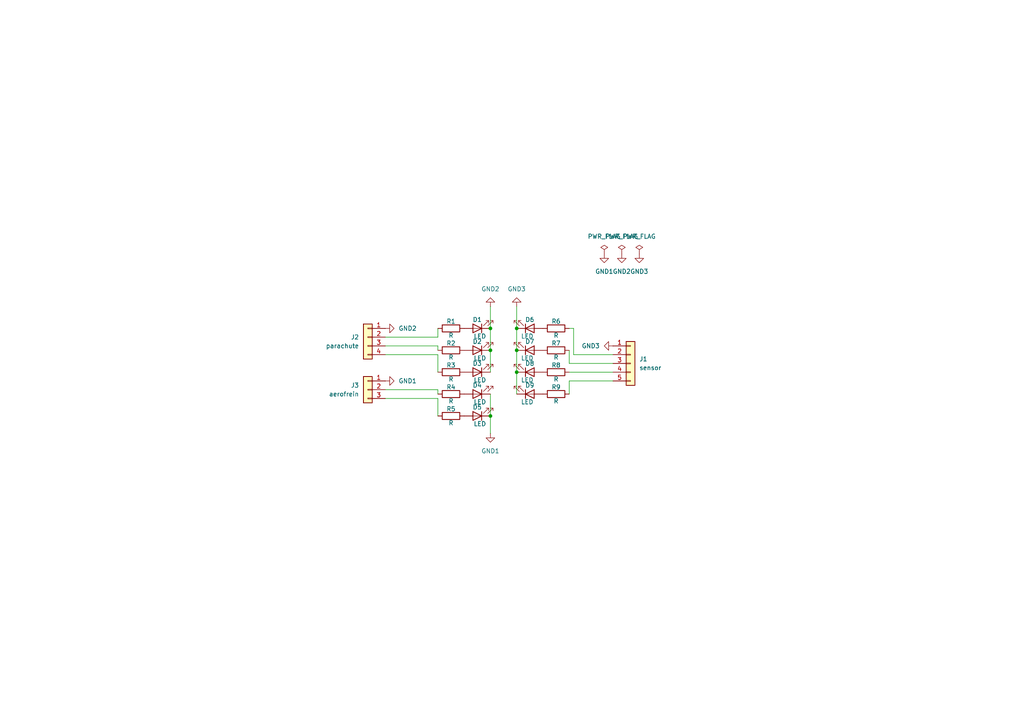
<source format=kicad_sch>
(kicad_sch (version 20250114) (generator "eeschema") (generator_version "9.0")
  (paper "A4")
  (lib_symbols
    (symbol "Connector_Generic:Conn_01x03" (pin_names (offset 1.016) (hide yes))
      (property "Reference" "J" (at 0 5.08 0))
      (property "Value" "Conn_01x03" (at 0 -5.08 0))
      (symbol "Conn_01x03_1_1"
        (rectangle (start -1.27 3.81) (end 1.27 -3.81) (stroke (width 0.254)) (fill (type background)))
        (rectangle (start -1.27 2.667) (end 0 2.413) (stroke (width 0.1524)))
        (rectangle (start -1.27 0.127) (end 0 -0.127) (stroke (width 0.1524)))
        (rectangle (start -1.27 -2.413) (end 0 -2.667) (stroke (width 0.1524)))
        (pin passive line (at -5.08 2.54 0) (length 3.81) (name "Pin_1") (number "1"))
        (pin passive line (at -5.08 0 0) (length 3.81) (name "Pin_2") (number "2"))
        (pin passive line (at -5.08 -2.54 0) (length 3.81) (name "Pin_3") (number "3"))
      )
    )
    (symbol "Connector_Generic:Conn_01x04" (pin_names (offset 1.016) (hide yes))
      (property "Reference" "J" (at 0 5.08 0))
      (property "Value" "Conn_01x04" (at 0 -7.62 0))
      (symbol "Conn_01x04_1_1"
        (rectangle (start -1.27 3.81) (end 1.27 -6.35) (stroke (width 0.254)) (fill (type background)))
        (rectangle (start -1.27 2.667) (end 0 2.413) (stroke (width 0.1524)))
        (rectangle (start -1.27 0.127) (end 0 -0.127) (stroke (width 0.1524)))
        (rectangle (start -1.27 -2.413) (end 0 -2.667) (stroke (width 0.1524)))
        (rectangle (start -1.27 -4.953) (end 0 -5.207) (stroke (width 0.1524)))
        (pin passive line (at -5.08 2.54 0) (length 3.81) (name "Pin_1") (number "1"))
        (pin passive line (at -5.08 0 0) (length 3.81) (name "Pin_2") (number "2"))
        (pin passive line (at -5.08 -2.54 0) (length 3.81) (name "Pin_3") (number "3"))
        (pin passive line (at -5.08 -5.08 0) (length 3.81) (name "Pin_4") (number "4"))
      )
    )
    (symbol "Connector_Generic:Conn_01x05" (pin_names (offset 1.016) (hide yes))
      (property "Reference" "J" (at 0 7.62 0))
      (property "Value" "Conn_01x05" (at 0 -7.62 0))
      (symbol "Conn_01x05_1_1"
        (rectangle (start -1.27 6.35) (end 1.27 -6.35) (stroke (width 0.254)) (fill (type background)))
        (rectangle (start -1.27 5.207) (end 0 4.953) (stroke (width 0.1524)))
        (rectangle (start -1.27 2.667) (end 0 2.413) (stroke (width 0.1524)))
        (rectangle (start -1.27 0.127) (end 0 -0.127) (stroke (width 0.1524)))
        (rectangle (start -1.27 -2.413) (end 0 -2.667) (stroke (width 0.1524)))
        (rectangle (start -1.27 -4.953) (end 0 -5.207) (stroke (width 0.1524)))
        (pin passive line (at -5.08 5.08 0) (length 3.81) (name "Pin_1") (number "1"))
        (pin passive line (at -5.08 2.54 0) (length 3.81) (name "Pin_2") (number "2"))
        (pin passive line (at -5.08 0 0) (length 3.81) (name "Pin_3") (number "3"))
        (pin passive line (at -5.08 -2.54 0) (length 3.81) (name "Pin_4") (number "4"))
        (pin passive line (at -5.08 -5.08 0) (length 3.81) (name "Pin_5") (number "5"))
      )
    )
    (symbol "Device:LED" (pin_numbers (hide yes)) (pin_names (offset 1.016) (hide yes))
      (property "Reference" "D" (at 0 2.54 0))
      (property "Value" "LED" (at 0 -2.54 0))
      (symbol "LED_0_1"
        (polyline (pts (xy -3.048 -0.762) (xy -4.572 -2.286) (xy -3.81 -2.286) (xy -4.572 -2.286) (xy -4.572 -1.524)))
        (polyline (pts (xy -1.778 -0.762) (xy -3.302 -2.286) (xy -2.54 -2.286) (xy -3.302 -2.286) (xy -3.302 -1.524)))
        (polyline (pts (xy -1.27 0) (xy 1.27 0)))
        (polyline (pts (xy -1.27 -1.27) (xy -1.27 1.27)) (stroke (width 0.254)))
        (polyline (pts (xy 1.27 -1.27) (xy 1.27 1.27) (xy -1.27 0) (xy 1.27 -1.27)) (stroke (width 0.254)))
      )
      (symbol "LED_1_1"
        (pin passive line (at -3.81 0 0) (length 2.54) (name "K") (number "1"))
        (pin passive line (at 3.81 0 180) (length 2.54) (name "A") (number "2"))
      )
    )
    (symbol "Device:R" (pin_numbers (hide yes)) (pin_names (offset 0))
      (property "Reference" "R" (at 2.032 0 90))
      (property "Value" "R" (at 0 0 90))
      (symbol "R_0_1"
        (rectangle (start -1.016 -2.54) (end 1.016 2.54) (stroke (width 0.254)))
      )
      (symbol "R_1_1"
        (pin passive line (at 0 3.81 270) (length 1.27) (name "~") (number "1"))
        (pin passive line (at 0 -3.81 90) (length 1.27) (name "~") (number "2"))
      )
    )
    (symbol "power:GND" (power) (pin_numbers (hide yes)) (pin_names (offset 0) (hide yes))
      (property "Value" "GND" (at 0 -3.81 0))
      (symbol "GND_0_1"
        (polyline (pts (xy 0 0) (xy 0 -1.27) (xy 1.27 -1.27) (xy 0 -2.54) (xy -1.27 -1.27) (xy 0 -1.27)))
      )
      (symbol "GND_1_1"
        (pin power_in line (at 0 0 270) (length 0) (name "~") (number "1"))
      )
    )
    (symbol "power:PWR_FLAG" (power) (pin_numbers (hide yes)) (pin_names (offset 0) (hide yes))
      (property "Value" "PWR_FLAG" (at 0 3.81 0))
      (symbol "PWR_FLAG_0_0"
        (pin power_out line (at 0 0 90) (length 0) (name "~") (number "1"))
      )
      (symbol "PWR_FLAG_0_1"
        (polyline (pts (xy 0 0) (xy 0 1.27) (xy -1.016 1.905) (xy 0 2.54) (xy 1.016 1.905) (xy 0 1.27)))
      )
    )
  )
  (junction (at 142.24 120.65))
  (junction (at 142.24 101.6))
  (junction (at 149.86 107.95))
  (junction (at 142.24 95.25))
  (junction (at 149.86 101.6))
  (junction (at 149.86 95.25))
  (wire (pts (xy 142.24 88.9) (xy 142.24 95.25)))
  (wire (pts (xy 142.24 120.65) (xy 142.24 125.73)))
  (wire (pts (xy 127 102.87) (xy 127 107.95)))
  (wire (pts (xy 165.1 107.95) (xy 177.8 107.95)))
  (wire (pts (xy 111.76 102.87) (xy 127 102.87)))
  (wire (pts (xy 127 101.6) (xy 127 100.33)))
  (wire (pts (xy 111.76 97.79) (xy 127 97.79)))
  (wire (pts (xy 127 113.03) (xy 127 114.3)))
  (wire (pts (xy 142.24 95.25) (xy 142.24 101.6)))
  (wire (pts (xy 127 97.79) (xy 127 95.25)))
  (wire (pts (xy 111.76 115.57) (xy 127 115.57)))
  (wire (pts (xy 177.8 105.41) (xy 165.1 105.41)))
  (wire (pts (xy 111.76 113.03) (xy 127 113.03)))
  (wire (pts (xy 142.24 114.3) (xy 142.24 120.65)))
  (wire (pts (xy 149.86 101.6) (xy 149.86 107.95)))
  (wire (pts (xy 142.24 101.6) (xy 142.24 107.95)))
  (wire (pts (xy 177.8 102.87) (xy 166.37 102.87)))
  (wire (pts (xy 127 100.33) (xy 111.76 100.33)))
  (wire (pts (xy 166.37 95.25) (xy 165.1 95.25)))
  (wire (pts (xy 165.1 110.49) (xy 177.8 110.49)))
  (wire (pts (xy 149.86 88.9) (xy 149.86 95.25)))
  (wire (pts (xy 166.37 102.87) (xy 166.37 95.25)))
  (wire (pts (xy 127 115.57) (xy 127 120.65)))
  (wire (pts (xy 149.86 107.95) (xy 149.86 114.3)))
  (wire (pts (xy 149.86 95.25) (xy 149.86 101.6)))
  (wire (pts (xy 165.1 114.3) (xy 165.1 110.49)))
  (wire (pts (xy 165.1 105.41) (xy 165.1 101.6)))
  (symbol (lib_id "power:GND") (at 142.24 88.9 0) (mirror x) (unit 1)
    (property "Reference" "#PWR07" (effects (hide yes)))
    (property "Value" "GND2" (at 142.24 83.82 0))
    (property "Description" "Power symbol creates a global label with name \"GND\" , ground" (effects (hide yes)))
  )
  (symbol (lib_id "Device:LED") (at 138.43 120.65 180) (unit 1)
    (property "Reference" "D5" (at 138.43 118.11 0))
    (property "Value" "LED" (at 139.192 122.936 0))
    (property "Description" "Light emitting diode" (effects (hide yes)))
    (property "Sim.Pins" "1=K 2=A" (effects (hide yes)))
  )
  (symbol (lib_id "Device:LED") (at 153.67 101.6 0) (mirror x) (unit 1)
    (property "Reference" "D7" (at 153.67 99.06 0))
    (property "Value" "LED" (at 152.908 103.886 0))
    (property "Description" "Light emitting diode" (effects (hide yes)))
    (property "Sim.Pins" "1=K 2=A" (effects (hide yes)))
  )
  (symbol (lib_id "Device:LED") (at 153.67 95.25 0) (mirror x) (unit 1)
    (property "Reference" "D6" (at 153.67 92.71 0))
    (property "Value" "LED" (at 152.908 97.536 0))
    (property "Description" "Light emitting diode" (effects (hide yes)))
    (property "Sim.Pins" "1=K 2=A" (effects (hide yes)))
  )
  (symbol (lib_id "power:GND") (at 180.34 73.66 0) (unit 1)
    (property "Reference" "#PWR05" (effects (hide yes)))
    (property "Value" "GND2" (at 180.34 78.74 0))
    (property "Description" "Power symbol creates a global label with name \"GND\" , ground" (effects (hide yes)))
  )
  (symbol (lib_id "Device:R") (at 161.29 107.95 270) (mirror x) (unit 1)
    (property "Reference" "R8" (at 161.29 105.918 90))
    (property "Value" "R" (at 161.29 109.982 90))
    (property "Description" "Resistor" (effects (hide yes)))
  )
  (symbol (lib_id "power:GND") (at 175.26 73.66 0) (unit 1)
    (property "Reference" "#PWR01" (effects (hide yes)))
    (property "Value" "GND1" (at 175.26 78.74 0))
    (property "Description" "Power symbol creates a global label with name \"GND\" , ground" (effects (hide yes)))
  )
  (symbol (lib_id "power:GND") (at 111.76 95.25 90) (mirror x) (unit 1)
    (property "Reference" "#PWR03" (effects (hide yes)))
    (property "Value" "GND2" (at 115.57 95.2499 90) (effects (justify right)))
    (property "Description" "Power symbol creates a global label with name \"GND\" , ground" (effects (hide yes)))
  )
  (symbol (lib_id "power:GND") (at 111.76 110.49 90) (mirror x) (unit 1)
    (property "Reference" "#PWR04" (effects (hide yes)))
    (property "Value" "GND1" (at 115.57 110.4899 90) (effects (justify right)))
    (property "Description" "Power symbol creates a global label with name \"GND\" , ground" (effects (hide yes)))
  )
  (symbol (lib_id "Connector_Generic:Conn_01x05") (at 182.88 105.41 0) (unit 1)
    (property "Reference" "J1" (at 185.42 104.1399 0) (effects (justify left)))
    (property "Value" "sensor" (at 185.42 106.6799 0) (effects (justify left)))
    (property "Description" "Generic connector, single row, 01x05, script generated (kicad-library-utils/schlib/autogen/connector/)" (effects (hide yes)))
  )
  (symbol (lib_id "power:GND") (at 149.86 88.9 180) (unit 1)
    (property "Reference" "#PWR08" (effects (hide yes)))
    (property "Value" "GND3" (at 149.86 83.82 0))
    (property "Description" "Power symbol creates a global label with name \"GND\" , ground" (effects (hide yes)))
  )
  (symbol (lib_id "Device:LED") (at 138.43 107.95 180) (unit 1)
    (property "Reference" "D3" (at 138.43 105.41 0))
    (property "Value" "LED" (at 139.192 110.236 0))
    (property "Description" "Light emitting diode" (effects (hide yes)))
    (property "Sim.Pins" "1=K 2=A" (effects (hide yes)))
  )
  (symbol (lib_id "Device:R") (at 130.81 107.95 90) (unit 1)
    (property "Reference" "R3" (at 130.81 105.918 90))
    (property "Value" "R" (at 130.81 109.982 90))
    (property "Description" "Resistor" (effects (hide yes)))
  )
  (symbol (lib_id "power:GND") (at 177.8 100.33 270) (unit 1)
    (property "Reference" "#PWR02" (effects (hide yes)))
    (property "Value" "GND3" (at 173.99 100.3299 90) (effects (justify right)))
    (property "Description" "Power symbol creates a global label with name \"GND\" , ground" (effects (hide yes)))
  )
  (symbol (lib_id "power:GND") (at 142.24 125.73 0) (mirror y) (unit 1)
    (property "Reference" "#PWR09" (effects (hide yes)))
    (property "Value" "GND1" (at 142.24 130.81 0))
    (property "Description" "Power symbol creates a global label with name \"GND\" , ground" (effects (hide yes)))
  )
  (symbol (lib_id "Device:LED") (at 153.67 107.95 0) (mirror x) (unit 1)
    (property "Reference" "D8" (at 153.67 105.41 0))
    (property "Value" "LED" (at 152.908 110.236 0))
    (property "Description" "Light emitting diode" (effects (hide yes)))
    (property "Sim.Pins" "1=K 2=A" (effects (hide yes)))
  )
  (symbol (lib_id "power:PWR_FLAG") (at 185.42 73.66 0) (unit 1)
    (property "Reference" "#FLG03" (effects (hide yes)))
    (property "Value" "PWR_FLAG" (at 185.42 68.58 0))
    (property "Description" "Special symbol for telling ERC where power comes from" (effects (hide yes)))
  )
  (symbol (lib_id "Device:LED") (at 138.43 95.25 180) (unit 1)
    (property "Reference" "D1" (at 138.43 92.71 0))
    (property "Value" "LED" (at 139.192 97.536 0))
    (property "Description" "Light emitting diode" (effects (hide yes)))
    (property "Sim.Pins" "1=K 2=A" (effects (hide yes)))
  )
  (symbol (lib_id "Device:LED") (at 153.67 114.3 0) (mirror x) (unit 1)
    (property "Reference" "D9" (at 153.67 111.76 0))
    (property "Value" "LED" (at 152.908 116.586 0))
    (property "Description" "Light emitting diode" (effects (hide yes)))
    (property "Sim.Pins" "1=K 2=A" (effects (hide yes)))
  )
  (symbol (lib_id "Device:R") (at 130.81 95.25 90) (unit 1)
    (property "Reference" "R1" (at 130.81 93.218 90))
    (property "Value" "R" (at 130.81 97.282 90))
    (property "Description" "Resistor" (effects (hide yes)))
  )
  (symbol (lib_id "power:PWR_FLAG") (at 180.34 73.66 0) (unit 1)
    (property "Reference" "#FLG02" (effects (hide yes)))
    (property "Value" "PWR_FLAG" (at 180.34 68.58 0))
    (property "Description" "Special symbol for telling ERC where power comes from" (effects (hide yes)))
  )
  (symbol (lib_id "Connector_Generic:Conn_01x03") (at 106.68 113.03 0) (mirror y) (unit 1)
    (property "Reference" "J3" (at 104.14 111.7599 0) (effects (justify left)))
    (property "Value" "aerofrein" (at 104.14 114.2999 0) (effects (justify left)))
    (property "Description" "Generic connector, single row, 01x03, script generated (kicad-library-utils/schlib/autogen/connector/)" (effects (hide yes)))
  )
  (symbol (lib_id "Connector_Generic:Conn_01x04") (at 106.68 97.79 0) (mirror y) (unit 1)
    (property "Reference" "J2" (at 104.14 97.7899 0) (effects (justify left)))
    (property "Value" "parachute" (at 104.14 100.3299 0) (effects (justify left)))
    (property "Description" "Generic connector, single row, 01x04, script generated (kicad-library-utils/schlib/autogen/connector/)" (effects (hide yes)))
  )
  (symbol (lib_id "Device:LED") (at 138.43 101.6 180) (unit 1)
    (property "Reference" "D2" (at 138.43 99.06 0))
    (property "Value" "LED" (at 139.192 103.886 0))
    (property "Description" "Light emitting diode" (effects (hide yes)))
    (property "Sim.Pins" "1=K 2=A" (effects (hide yes)))
  )
  (symbol (lib_id "Device:R") (at 161.29 101.6 270) (mirror x) (unit 1)
    (property "Reference" "R7" (at 161.29 99.568 90))
    (property "Value" "R" (at 161.29 103.632 90))
    (property "Description" "Resistor" (effects (hide yes)))
  )
  (symbol (lib_id "Device:R") (at 130.81 114.3 90) (unit 1)
    (property "Reference" "R4" (at 130.81 112.268 90))
    (property "Value" "R" (at 130.81 116.332 90))
    (property "Description" "Resistor" (effects (hide yes)))
  )
  (symbol (lib_id "Device:R") (at 161.29 95.25 270) (mirror x) (unit 1)
    (property "Reference" "R6" (at 161.29 93.218 90))
    (property "Value" "R" (at 161.29 97.282 90))
    (property "Description" "Resistor" (effects (hide yes)))
  )
  (symbol (lib_id "Device:R") (at 161.29 114.3 270) (mirror x) (unit 1)
    (property "Reference" "R9" (at 161.29 112.268 90))
    (property "Value" "R" (at 161.29 116.332 90))
    (property "Description" "Resistor" (effects (hide yes)))
  )
  (symbol (lib_id "power:PWR_FLAG") (at 175.26 73.66 0) (unit 1)
    (property "Reference" "#FLG01" (effects (hide yes)))
    (property "Value" "PWR_FLAG" (at 175.26 68.58 0))
    (property "Description" "Special symbol for telling ERC where power comes from" (effects (hide yes)))
  )
  (symbol (lib_id "Device:R") (at 130.81 120.65 90) (unit 1)
    (property "Reference" "R5" (at 130.81 118.618 90))
    (property "Value" "R" (at 130.81 122.682 90))
    (property "Description" "Resistor" (effects (hide yes)))
  )
  (symbol (lib_id "power:GND") (at 185.42 73.66 0) (unit 1)
    (property "Reference" "#PWR06" (effects (hide yes)))
    (property "Value" "GND3" (at 185.42 78.74 0))
    (property "Description" "Power symbol creates a global label with name \"GND\" , ground" (effects (hide yes)))
  )
  (symbol (lib_id "Device:LED") (at 138.43 114.3 180) (unit 1)
    (property "Reference" "D4" (at 138.43 111.76 0))
    (property "Value" "LED" (at 139.192 116.586 0))
    (property "Description" "Light emitting diode" (effects (hide yes)))
    (property "Sim.Pins" "1=K 2=A" (effects (hide yes)))
  )
  (symbol (lib_id "Device:R") (at 130.81 101.6 90) (unit 1)
    (property "Reference" "R2" (at 130.81 99.568 90))
    (property "Value" "R" (at 130.81 103.632 90))
    (property "Description" "Resistor" (effects (hide yes)))
  )
)
</source>
